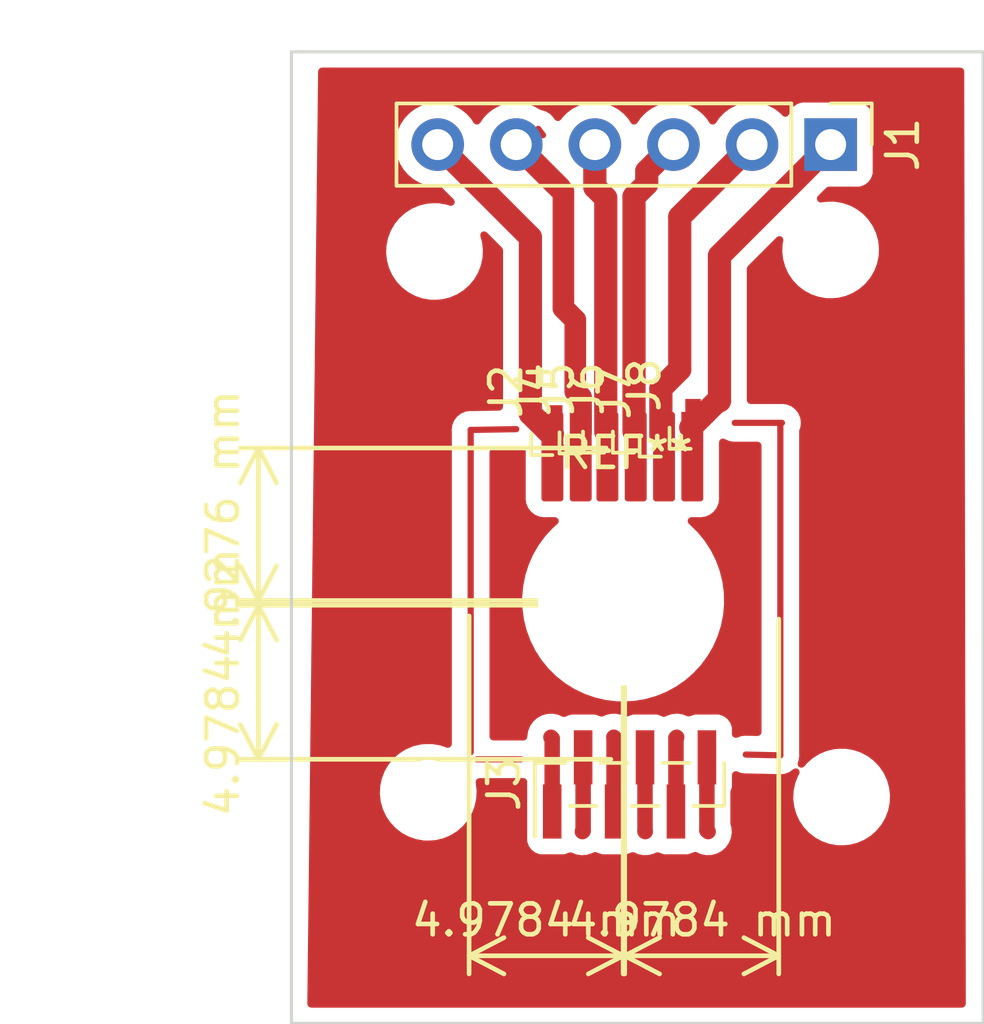
<source format=kicad_pcb>
(kicad_pcb (version 20211014) (generator pcbnew)
  (layers (0 "F.Cu" signal) (31 "B.Cu" signal) (34 "B.Paste" user) (35 "F.Paste" user) (36 "B.SilkS" user "B.Silkscreen") (37 "F.SilkS" user "F.Silkscreen") (38 "B.Mask" user) (39 "F.Mask" user) (44 "Edge.Cuts" user))
  (net 0 "")
  (net 1 "Net-(J1-Pad1)")
  (net 2 "Net-(J1-Pad2)")
  (net 3 "Net-(J1-Pad3)")
  (net 4 "Net-(J1-Pad4)")
  (net 5 "Net-(J1-Pad5)")
  (net 6 "Net-(J1-Pad6)")
  (net 7 "unconnected-(J3-Pad1)")
  (net 8 "unconnected-(J3-Pad2)")
  (net 9 "unconnected-(J3-Pad3)")
  (net 10 "unconnected-(J3-Pad4)")
  (net 11 "unconnected-(J3-Pad5)")
  (net 12 "unconnected-(J3-Pad6)")
  (footprint "" (layer "F.Cu") (at 17.9832 24.2316)
    (fp_text reference "" (at 0 0) (layer "F.SilkS") (effects (font (size 1.27 1.27))))
    (fp_text value "" (at 0 0) (layer "F.SilkS") (effects (font (size 1.27 1.27))))
    (pad "" np_thru_hole circle (at 0 0) (size 2.1 2.1) (drill 2.1) (layers *.Cu *.Mask))
  )
  (footprint "footprints:PinHeader_1x01_P1.00mm_Horizontal" (layer "F.Cu") (at 11.2735 12.4206 90)
    (fp_text reference "J6" (at 1.375 -1.5 90) (layer "F.SilkS"))
    (fp_text value "Conn_01x01_Male")
    (fp_line (start -0.685 -0.685) (end 0 -0.685) (layer "F.SilkS") (width 0.12))
    (fp_line (start -0.685 0) (end -0.685 -0.685) (layer "F.SilkS") (width 0.12))
    (pad "1" smd rect (at 0 0 90) (size 2 0.5) (drill (offset -0.0748 0.0748)) (layers "F.Cu" "F.Paste" "F.Mask") (net 3 "Net-(J1-Pad3)"))
  )
  (footprint "footprints:PinHeader_1x01_P1.00mm_Horizontal" (layer "F.Cu") (at 13.1064 12.2936 90)
    (fp_text reference "J8" (at 1.375 -1.5 90) (layer "F.SilkS"))
    (fp_text value "Conn_01x01_Male")
    (fp_line (start -0.685 -0.685) (end 0 -0.685) (layer "F.SilkS") (width 0.12))
    (fp_line (start -0.685 0) (end -0.685 -0.685) (layer "F.SilkS") (width 0.12))
    (pad "1" smd rect (at 0 0 90) (size 2 0.5) (drill (offset -0.0748 0.0748)) (layers "F.Cu" "F.Paste" "F.Mask") (net 1 "Net-(J1-Pad1)"))
  )
  (footprint "" (layer "F.Cu") (at 17.6276 6.5532)
    (fp_text reference "" (at 0 0) (layer "F.SilkS") (effects (font (size 1.27 1.27))))
    (fp_text value "" (at 0 0) (layer "F.SilkS") (effects (font (size 1.27 1.27))))
    (pad "" np_thru_hole circle (at 0 0) (size 2.1 2.1) (drill 2.1) (layers *.Cu *.Mask))
  )
  (footprint "footprints:PinHeader_1x01_P1.00mm_Horizontal" (layer "F.Cu") (at 10.3083 12.4206 90)
    (fp_text reference "J5" (at 1.375 -1.5 90) (layer "F.SilkS"))
    (fp_text value "Conn_01x01_Male")
    (fp_line (start -0.685 -0.685) (end 0 -0.685) (layer "F.SilkS") (width 0.12))
    (fp_line (start -0.685 0) (end -0.685 -0.685) (layer "F.SilkS") (width 0.12))
    (pad "1" smd rect (at 0 0 90) (size 2 0.5) (drill (offset -0.0748 0.0748)) (layers "F.Cu" "F.Paste" "F.Mask") (net 4 "Net-(J1-Pad4)"))
  )
  (footprint "Connector_PinHeader_1.00mm:PinHeader_1x06_P1.00mm_Vertical_SMD_Pin1Left" (layer "F.Cu") (at 11.128672 23.8252 90)
    (fp_text reference "J3" (at 0 -4.06 90) (layer "F.SilkS"))
    (fp_text value "Conn_01x06")
    (fp_line (start 0.695 -0.94) (end 0.695 -0.06) (layer "F.SilkS") (width 0.12))
    (fp_line (start 0.695 -3.06) (end 0.695 -2.06) (layer "F.SilkS") (width 0.12))
    (fp_line (start -0.695 -1.94) (end -0.695 -1.06) (layer "F.SilkS") (width 0.12))
    (fp_line (start -0.695 -3.06) (end -0.695 -3.06) (layer "F.SilkS") (width 0.12))
    (fp_line (start -0.695 2.06) (end -0.695 3.06) (layer "F.SilkS") (width 0.12))
    (fp_line (start -0.695 -3.06) (end 0.695 -3.06) (layer "F.SilkS") (width 0.12))
    (fp_line (start -0.695 -3.06) (end -1.69 -3.06) (layer "F.SilkS") (width 0.12))
    (fp_line (start -0.695 0.06) (end -0.695 0.94) (layer "F.SilkS") (width 0.12))
    (fp_line (start -0.695 3.06) (end 0.695 3.06) (layer "F.SilkS") (width 0.12))
    (fp_line (start 0.695 3.06) (end 0.695 3.06) (layer "F.SilkS") (width 0.12))
    (fp_line (start 0.695 1.06) (end 0.695 1.94) (layer "F.SilkS") (width 0.12))
    (pad "1" smd rect (at -0.875 -2.5 90) (size 1.75 0.6) (layers "F.Cu" "F.Paste" "F.Mask") (net 7 "unconnected-(J3-Pad1)"))
    (pad "2" smd rect (at 0.875 -1.5 90) (size 1.75 0.6) (layers "F.Cu" "F.Paste" "F.Mask") (net 8 "unconnected-(J3-Pad2)"))
    (pad "3" smd rect (at -0.875 -0.5 90) (size 1.75 0.6) (layers "F.Cu" "F.Paste" "F.Mask") (net 9 "unconnected-(J3-Pad3)"))
    (pad "4" smd rect (at 0.875 0.5 90) (size 1.75 0.6) (layers "F.Cu" "F.Paste" "F.Mask") (net 10 "unconnected-(J3-Pad4)"))
    (pad "5" smd rect (at -0.875 1.5 90) (size 1.75 0.6) (layers "F.Cu" "F.Paste" "F.Mask") (net 11 "unconnected-(J3-Pad5)"))
    (pad "6" smd rect (at 0.875 2.5 90) (size 1.75 0.6) (layers "F.Cu" "F.Paste" "F.Mask") (net 12 "unconnected-(J3-Pad6)"))
  )
  (footprint "footprints:PinHeader_1x01_P1.00mm_Horizontal" (layer "F.Cu") (at 9.5504 12.446 90)
    (fp_text reference "J4" (at 1.375 -1.5 90) (layer "F.SilkS"))
    (fp_text value "Conn_01x01_Male")
    (fp_line (start -0.685 -0.685) (end 0 -0.685) (layer "F.SilkS") (width 0.12))
    (fp_line (start -0.685 0) (end -0.685 -0.685) (layer "F.SilkS") (width 0.12))
    (pad "1" smd rect (at 0 0 90) (size 2 0.5) (drill (offset -0.0748 0.0748)) (layers "F.Cu" "F.Paste" "F.Mask") (net 5 "Net-(J1-Pad5)"))
  )
  (footprint "footprints:PinHeader_1x01_P1.00mm_Horizontal" (layer "F.Cu") (at 12.1412 12.5476 90)
    (fp_text reference "J7" (at 1.375 -1.5 90) (layer "F.SilkS"))
    (fp_text value "Conn_01x01_Male")
    (fp_line (start -0.685 0) (end -0.685 -0.685) (layer "F.SilkS") (width 0.12))
    (fp_line (start -0.685 -0.685) (end 0 -0.685) (layer "F.SilkS") (width 0.12))
    (pad "1" smd rect (at 0 0 90) (size 2 0.5) (drill (offset -0.0748 0.0748)) (layers "F.Cu" "F.Paste" "F.Mask") (net 2 "Net-(J1-Pad2)"))
  )
  (footprint "footprints:PinHeader_1x01_P1.00mm_Horizontal" (layer "F.Cu") (at 8.636 12.4968 90)
    (fp_text reference "J2" (at 1.375 -1.5 90) (layer "F.SilkS"))
    (fp_text value "Conn_01x01_Male")
    (fp_line (start -0.685 -0.685) (end 0 -0.685) (layer "F.SilkS") (width 0.12))
    (fp_line (start -0.685 0) (end -0.685 -0.685) (layer "F.SilkS") (width 0.12))
    (pad "1" smd rect (at 0 0 90) (size 2 0.5) (drill (offset -0.0748 0.0748)) (layers "F.Cu" "F.Paste" "F.Mask") (net 6 "Net-(J1-Pad6)"))
  )
  (footprint "MountingHole:MountingHole_5.5mm" (layer "F.Cu") (at 10.922 17.8816)
    (fp_text reference "REF**" (at 0.1016 -4.7728) (layer "F.SilkS"))
    (fp_text value "MountingHole_5.5mm")
    (pad "" np_thru_hole circle (at 0 0) (size 5.5 5.5) (drill 5.5) (layers *.Cu *.Mask))
  )
  (footprint "" (layer "F.Cu") (at 4.6228 24.0792)
    (fp_text reference "" (at 0 0) (layer "F.SilkS") (effects (font (size 1.27 1.27))))
    (fp_text value "" (at 0 0) (layer "F.SilkS") (effects (font (size 1.27 1.27))))
    (pad "" np_thru_hole circle (at 0 0) (size 2.1 2.1) (drill 2.1) (layers *.Cu *.Mask))
  )
  (footprint "" (layer "F.Cu") (at 4.826 6.604)
    (fp_text reference "" (at 0 0) (layer "F.SilkS") (effects (font (size 1.27 1.27))))
    (fp_text value "" (at 0 0) (layer "F.SilkS") (effects (font (size 1.27 1.27))))
    (pad "" np_thru_hole circle (at 0 0) (size 2.1 2.1) (drill 2.1) (layers *.Cu *.Mask))
  )
  (footprint "Connector_PinHeader_2.54mm:PinHeader_1x06_P2.54mm_Vertical" (layer "F.Cu") (at 17.6276 3.1496 -90)
    (fp_text reference "J1" (at 0 -2.33 90) (layer "F.SilkS"))
    (fp_text value "Conn_01x06")
    (fp_line (start -1.33 -1.33) (end 0 -1.33) (layer "F.SilkS") (width 0.12))
    (fp_line (start -1.33 1.27) (end -1.33 14.03) (layer "F.SilkS") (width 0.12))
    (fp_line (start -1.33 14.03) (end 1.33 14.03) (layer "F.SilkS") (width 0.12))
    (fp_line (start -1.33 0) (end -1.33 -1.33) (layer "F.SilkS") (width 0.12))
    (fp_line (start 1.33 1.27) (end 1.33 14.03) (layer "F.SilkS") (width 0.12))
    (fp_line (start -1.33 1.27) (end 1.33 1.27) (layer "F.SilkS") (width 0.12))
    (pad "1" thru_hole rect (at 0 0 270) (size 1.7 1.7) (drill 1) (layers *.Cu *.Mask) (net 1 "Net-(J1-Pad1)"))
    (pad "2" thru_hole oval (at 0 2.54 270) (size 1.7 1.7) (drill 1) (layers *.Cu *.Mask) (net 2 "Net-(J1-Pad2)"))
    (pad "3" thru_hole oval (at 0 5.08 270) (size 1.7 1.7) (drill 1) (layers *.Cu *.Mask) (net 3 "Net-(J1-Pad3)"))
    (pad "4" thru_hole oval (at 0 7.62 270) (size 1.7 1.7) (drill 1) (layers *.Cu *.Mask) (net 4 "Net-(J1-Pad4)"))
    (pad "5" thru_hole oval (at 0 10.16 270) (size 1.7 1.7) (drill 1) (layers *.Cu *.Mask) (net 5 "Net-(J1-Pad5)"))
    (pad "6" thru_hole oval (at 0 12.7 270) (size 1.7 1.7) (drill 1) (layers *.Cu *.Mask) (net 6 "Net-(J1-Pad6)"))
  )
  (gr_line (start 14.5288 12.1412) (end 16.0528 12.1412) (layer "F.Cu") (width 0.2))
  (gr_line (start 16.002 12.1666) (end 16.002 22.8854) (layer "F.Cu") (width 0.2))
  (gr_line (start 16.002 22.8854) (end 14.8844 22.86) (layer "F.Cu") (width 0.2))
  (gr_rect (start 10.668 11.8872) (end 10.16 14.5796) (layer "F.Cu") (width 0.2) (fill solid))
  (gr_rect (start 12.4968 11.8872) (end 11.9888 14.5796) (layer "F.Cu") (width 0.2) (fill solid))
  (gr_rect (start 9.8044 11.8872) (end 9.2964 14.5796) (layer "F.Cu") (width 0.2) (fill solid))
  (gr_line (start 6.1976 23.0124) (end 7.62 23.0124) (layer "F.Cu") (width 0.2))
  (gr_line (start 5.9944 12.3698) (end 5.9944 22.7838) (layer "F.Cu") (width 0.2))
  (gr_rect (start 11.5824 11.8872) (end 11.0744 14.5796) (layer "F.Cu") (width 0.2) (fill solid))
  (gr_rect (start 13.4112 11.8872) (end 12.9032 14.5796) (layer "F.Cu") (width 0.2) (fill solid))
  (gr_line (start 8.1788 2.6416) (end 8.3312 2.8448) (layer "F.Cu") (width 0.2))
  (gr_rect (start 8.89 11.8872) (end 8.382 14.5796) (layer "F.Cu") (width 0.2) (fill solid))
  (gr_line (start 7.4676 12.3444) (end 5.9944 12.3698) (layer "F.Cu") (width 0.2))
  (gr_line (start 0.2032 0.1524) (end 0.6096 0.1524) (layer "Edge.Cuts") (width 0.1))
  (gr_line (start 0.508 0.1524) (end 22.5552 0.1524) (layer "Edge.Cuts") (width 0.1))
  (gr_line (start 22.5552 0.1524) (end 22.5552 31.5468) (layer "Edge.Cuts") (width 0.1))
  (gr_line (start 22.5552 31.5468) (end 0.2032 31.5468) (layer "Edge.Cuts") (width 0.1))
  (gr_line (start 0.2032 31.5468) (end 0.2032 0.1524) (layer "Edge.Cuts") (width 0.1))
  (dimension (type aligned) (layer "F.SilkS") (pts (xy 11.0236 18.034) (xy 11.0236 23.0124)) (height 11.8872) (gr_text "4.9784 mm" (at -2.0136 20.5232 90) (layer "F.SilkS") (effects (font (size 1 1) (thickness 0.15)))) (format (units 3) (units_format 1) (precision 4)) (style (thickness 0.15) (arrow_length 1.27) (text_position_mode 0) (extension_height 0.58642) (extension_offset 0.5) keep_text_aligned))
  (dimension (type aligned) (layer "F.SilkS") (pts (xy 10.9728 17.9832) (xy 15.9512 17.9832)) (height 11.3792) (gr_text "4.9784 mm" (at 13.462 28.2124) (layer "F.SilkS") (effects (font (size 1 1) (thickness 0.15)))) (format (units 3) (units_format 1) (precision 4)) (style (thickness 0.15) (arrow_length 1.27) (text_position_mode 0) (extension_height 0.58642) (extension_offset 0.5) keep_text_aligned))
  (dimension (type aligned) (layer "F.SilkS") (pts (xy 10.922 17.8816) (xy 5.9436 17.8816)) (height -11.4808) (gr_text "4.9784 mm" (at 8.4328 28.2124) (layer "F.SilkS") (effects (font (size 1 1) (thickness 0.15)))) (format (units 3) (units_format 1) (precision 4)) (style (thickness 0.15) (arrow_length 1.27) (text_position_mode 0) (extension_height 0.58642) (extension_offset 0.5) keep_text_aligned))
  (dimension (type aligned) (layer "F.SilkS") (pts (xy 10.8712 17.8816) (xy 10.8712 12.954)) (height -11.7348) (gr_text "4.9276 mm" (at -2.0136 15.4178 90) (layer "F.SilkS") (effects (font (size 1 1) (thickness 0.15)))) (format (units 3) (units_format 1) (precision 4)) (style (thickness 0.15) (arrow_length 1.27) (text_position_mode 0) (extension_height 0.58642) (extension_offset 0.5) keep_text_aligned))
  (segment (start 13.97 11.43) (end 13.1064 12.2936) (width 0.75) (layer "F.Cu") (net 1))
  (segment (start 14.03492 6.74228) (end 14.03492 11.43) (width 0.75) (layer "F.Cu") (net 1))
  (segment (start 17.6276 3.1496) (end 14.03492 6.74228) (width 0.75) (layer "F.Cu") (net 1))
  (segment (start 14.03492 11.43) (end 13.97 11.43) (width 0.75) (layer "F.Cu") (net 1))
  (segment (start 12.7508 5.4864) (end 12.7508 10.414) (width 0.75) (layer "F.Cu") (net 2))
  (segment (start 15.0876 3.1496) (end 12.7508 5.4864) (width 0.75) (layer "F.Cu") (net 2))
  (segment (start 12.7508 10.414) (end 12.1412 11.0236) (width 0.75) (layer "F.Cu") (net 2))
  (segment (start 15.0876 3.1496) (end 15.0876 3.4544) (width 0.5) (layer "F.Cu") (net 2))
  (segment (start 12.1412 11.0236) (end 12.1412 12.5476) (width 0.75) (layer "F.Cu") (net 2))
  (segment (start 11.684 4.4237) (end 11.2735 4.8342) (width 0.75) (layer "F.Cu") (net 3))
  (segment (start 11.684 4.0132) (end 11.684 4.4237) (width 0.75) (layer "F.Cu") (net 3))
  (segment (start 12.5476 3.1496) (end 11.684 4.0132) (width 0.75) (layer "F.Cu") (net 3))
  (segment (start 11.2735 4.8342) (end 11.2735 12.4206) (width 0.75) (layer "F.Cu") (net 3))
  (segment (start 10.36004 4.875992) (end 10.36004 12.4206) (width 0.75) (layer "F.Cu") (net 4))
  (segment (start 10.0076 4.523552) (end 10.36004 4.875992) (width 0.75) (layer "F.Cu") (net 4))
  (segment (start 10.0076 3.1496) (end 10.0076 4.523552) (width 0.75) (layer "F.Cu") (net 4))
  (segment (start 10.0076 3.1496) (end 10.324711 3.466711) (width 0.5) (layer "F.Cu") (net 4))
  (segment (start 8.9916 4.6736) (end 8.8646 4.5466) (width 0.7) (layer "F.Cu") (net 5))
  (segment (start 9.56052 11.310529) (end 9.56052 12.446) (width 0.7) (layer "F.Cu") (net 5))
  (segment (start 9.375191 11.1252) (end 9.56052 11.310529) (width 0.7) (layer "F.Cu") (net 5))
  (segment (start 9.375191 8.816391) (end 9.375191 11.1252) (width 0.7) (layer "F.Cu") (net 5))
  (segment (start 8.9916 8.4328) (end 8.9916 4.6736) (width 0.7) (layer "F.Cu") (net 5))
  (segment (start 7.4676 3.1496) (end 8.8646 4.5466) (width 0.75) (layer "F.Cu") (net 5))
  (segment (start 8.9916 8.4328) (end 9.375191 8.816391) (width 0.7) (layer "F.Cu") (net 5))
  (segment (start 8.578317 12.4968) (end 8.636 12.4968) (width 0.75) (layer "F.Cu") (net 6))
  (segment (start 4.9276 3.1496) (end 7.9248 6.1468) (width 0.75) (layer "F.Cu") (net 6))
  (segment (start 8.7884 12.9794) (end 8.6868 13.081) (width 0.5) (layer "F.Cu") (net 6))
  (segment (start 8.070317 11.9888) (end 8.578317 12.4968) (width 0.75) (layer "F.Cu") (net 6))
  (segment (start 7.9248 6.1468) (end 7.9248 11.848216) (width 0.75) (layer "F.Cu") (net 6))
  (segment (start 7.9248 11.848216) (end 8.070317 11.9888) (width 0.75) (layer "F.Cu") (net 6))
  (segment (start 8.628672 22.3412) (end 8.588672 22.3012) (width 0.5) (layer "F.Cu") (net 7))
  (segment (start 8.628672 24.7002) (end 8.628672 22.3412) (width 0.5) (layer "F.Cu") (net 7))
  (segment (start 9.628672 25.3252) (end 9.604672 25.3492) (width 0.5) (layer "F.Cu") (net 8))
  (segment (start 9.628672 22.9502) (end 9.628672 25.3252) (width 0.5) (layer "F.Cu") (net 8))
  (segment (start 10.628672 24.7002) (end 10.628672 22.3092) (width 0.5) (layer "F.Cu") (net 9))
  (segment (start 10.628672 22.3092) (end 10.620672 22.3012) (width 0.5) (layer "F.Cu") (net 9))
  (segment (start 11.636672 25.3492) (end 11.628672 25.3412) (width 0.5) (layer "F.Cu") (net 10))
  (segment (start 11.628672 22.9502) (end 11.628672 25.3412) (width 0.5) (layer "F.Cu") (net 10))
  (segment (start 12.628672 22.3252) (end 12.652672 22.3012) (width 0.5) (layer "F.Cu") (net 11))
  (segment (start 12.628672 24.7002) (end 12.628672 22.3252) (width 0.5) (layer "F.Cu") (net 11))
  (segment (start 13.628672 22.9502) (end 13.628672 25.3092) (width 0.5) (layer "F.Cu") (net 12))
  (segment (start 13.628672 25.3092) (end 13.668672 25.3492) (width 0.5) (layer "F.Cu") (net 12))
  (zone (net 0) (net_name "") (layer "F.Cu") (connect_pads (clearance 0.508)) (min_thickness 0.254) (fill yes (thermal_gap 0.508) (thermal_bridge_width 0.508))
    (polygon (pts (xy 21.9964 31.0388) (xy 0.7112 31.1912) (xy 1.0668 0.508) (xy 21.9456 0.6096)))
  )
)
</source>
